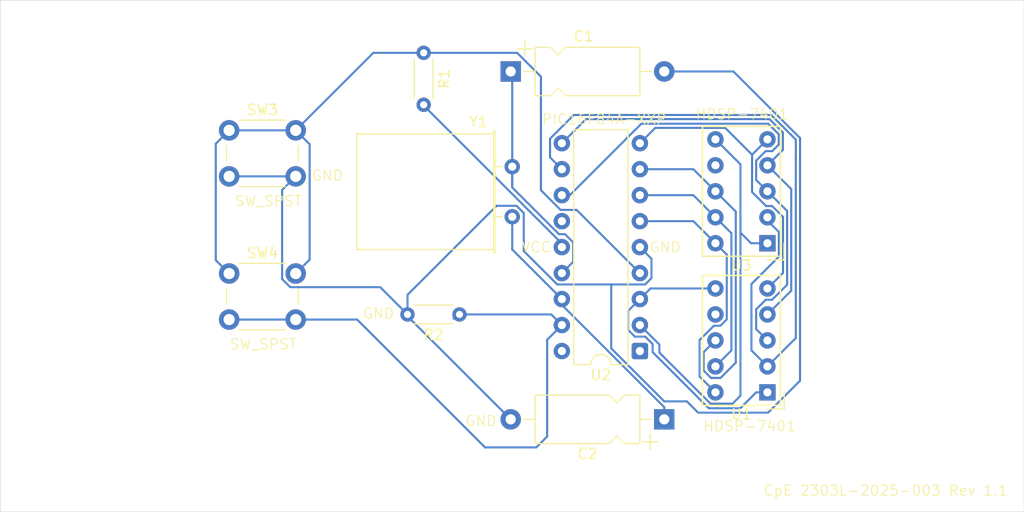
<source format=kicad_pcb>
(kicad_pcb (version 20241229) (generator "pcbnew") (generator_version "9.0")
  (title_block (title "Logic Circuit Example #3") (date "2025-06-26") (rev "1.1") (company "Chrys Sean T. Sevilla") (comment 1 "CpE 2303L-S25-003"))
  (layers (0 "F.Cu" signal) (2 "B.Cu" signal) (13 "F.Paste" user) (15 "B.Paste" user) (5 "F.SilkS" user "F.Silkscreen") (7 "B.SilkS" user "B.Silkscreen") (1 "F.Mask" user) (3 "B.Mask" user) (25 "Edge.Cuts" user))
  (net 0 "")
  (net 1 "GND")
  (net 2 "Net-(U2-OSC2{slash}CLKOUT)")
  (net 3 "Net-(U2-OSC1{slash}CLKIN)")
  (net 4 "VCC")
  (net 5 "Net-(U1-C)")
  (net 6 "Net-(U2-TOCKI{slash}RA4)")
  (net 7 "Net-(U1-F)")
  (net 8 "Net-(U1-D)")
  (net 10 "Net-(U1-G)")
  (net 11 "Net-(U1-E)")
  (net 12 "Net-(U1-A)")
  (net 13 "Net-(U1-B)")
  (net 16 "Net-(U2-RA3)")
  (net 19 "Net-(SW3-A)")
  (net 20 "Net-(SW4-B)")
  (footprint "Crystal:Crystal_HC49-U_Horizontal" (layer "F.Cu") (at 146.53 85.25 -90)
    (property "Reference" "Y1" (at -4.375 3.3125 0) (layer "F.SilkS"))
    (property "Value" "4 MHz")
    (fp_line (start -3.2 15.2) (end 8.1 15.2) (stroke (width 0.12)) (layer "F.SilkS"))
    (fp_line (start 8.1 15.2) (end 8.1 1.8) (stroke (width 0.12)) (layer "F.SilkS"))
    (fp_line (start -3.55 1.8) (end -3.55 1.68) (stroke (width 0.12)) (layer "F.SilkS"))
    (fp_line (start -3.2 1.8) (end -3.2 15.2) (stroke (width 0.12)) (layer "F.SilkS"))
    (fp_line (start 0 1.8) (end 0 0.95) (stroke (width 0.12)) (layer "F.SilkS"))
    (fp_line (start 4.9 1.8) (end 4.9 0.95) (stroke (width 0.12)) (layer "F.SilkS"))
    (fp_line (start 8.1 1.8) (end -3.2 1.8) (stroke (width 0.12)) (layer "F.SilkS"))
    (fp_line (start 8.45 1.8) (end -3.55 1.8) (stroke (width 0.12)) (layer "F.SilkS"))
    (fp_line (start -3.55 1.68) (end 8.45 1.68) (stroke (width 0.12)) (layer "F.SilkS"))
    (fp_line (start 8.45 1.68) (end 8.45 1.8) (stroke (width 0.12)) (layer "F.SilkS"))
    (fp_line (start 0 0.95) (end 0 0.95) (stroke (width 0.12)) (layer "F.SilkS"))
    (fp_line (start 4.9 0.95) (end 4.9 0.95) (stroke (width 0.12)) (layer "F.SilkS"))
    (pad "1" thru_hole circle (at 0 0 270) (size 1.5 1.5) (drill 0.8) (layers "*.Cu" "*.Mask") (net 2 "Net-(U2-OSC2{slash}CLKOUT)"))
    (pad "2" thru_hole circle (at 4.9 0 270) (size 1.5 1.5) (drill 0.8) (layers "*.Cu" "*.Mask") (net 3 "Net-(U2-OSC1{slash}CLKIN)"))
  )
  (footprint "Capacitor_THT:CP_Axial_L10.0mm_D4.5mm_P15.00mm_Horizontal" (layer "F.Cu") (at 146.38 75.9425)
    (property "Reference" "C1" (at 7.12 -3.4425 0) (layer "F.SilkS"))
    (property "Value" "20 pF")
    (fp_line (start 0.63 -2.2) (end 2.13 -2.2) (stroke (width 0.12)) (layer "F.SilkS"))
    (fp_line (start 1.24 0) (end 2.38 0) (stroke (width 0.12)) (layer "F.SilkS"))
    (fp_line (start 1.38 -2.95) (end 1.38 -1.45) (stroke (width 0.12)) (layer "F.SilkS"))
    (fp_line (start 2.38 -2.37) (end 2.38 2.37) (stroke (width 0.12)) (layer "F.SilkS"))
    (fp_line (start 2.38 -2.37) (end 3.88 -2.37) (stroke (width 0.12)) (layer "F.SilkS"))
    (fp_line (start 2.38 2.37) (end 3.88 2.37) (stroke (width 0.12)) (layer "F.SilkS"))
    (fp_line (start 3.88 -2.37) (end 4.63 -1.62) (stroke (width 0.12)) (layer "F.SilkS"))
    (fp_line (start 3.88 2.37) (end 4.63 1.62) (stroke (width 0.12)) (layer "F.SilkS"))
    (fp_line (start 4.63 -1.62) (end 5.38 -2.37) (stroke (width 0.12)) (layer "F.SilkS"))
    (fp_line (start 4.63 1.62) (end 5.38 2.37) (stroke (width 0.12)) (layer "F.SilkS"))
    (fp_line (start 5.38 -2.37) (end 12.62 -2.37) (stroke (width 0.12)) (layer "F.SilkS"))
    (fp_line (start 5.38 2.37) (end 12.62 2.37) (stroke (width 0.12)) (layer "F.SilkS"))
    (fp_line (start 12.62 -2.37) (end 12.62 2.37) (stroke (width 0.12)) (layer "F.SilkS"))
    (fp_line (start 13.76 0) (end 12.62 0) (stroke (width 0.12)) (layer "F.SilkS"))
    (pad "1" thru_hole rect (at 0 0) (size 2 2) (drill 1) (layers "*.Cu" "*.Mask") (net 2 "Net-(U2-OSC2{slash}CLKOUT)"))
    (pad "2" thru_hole circle (at 15 0) (size 2 2) (drill 1) (layers "*.Cu" "*.Mask") (net 1 "GND"))
  )
  (footprint "Button_Switch_THT:SW_PUSH_6mm" (layer "F.Cu") (at 118.88 81.7)
    (property "Reference" "SW3" (at 3.25 -2 0) (layer "F.SilkS"))
    (property "Value" "SW_SPST")
    (fp_line (start -0.25 1.5) (end -0.25 3) (stroke (width 0.12)) (layer "F.SilkS"))
    (fp_line (start 1 5.5) (end 5.5 5.5) (stroke (width 0.12)) (layer "F.SilkS"))
    (fp_line (start 5.5 -1) (end 1 -1) (stroke (width 0.12)) (layer "F.SilkS"))
    (fp_line (start 6.75 3) (end 6.75 1.5) (stroke (width 0.12)) (layer "F.SilkS"))
    (pad "1" thru_hole circle (at 0 0 90) (size 2 2) (drill 1.1) (layers "*.Cu" "*.Mask") (net 19 "Net-(SW3-A)"))
    (pad "1" thru_hole circle (at 6.5 0 90) (size 2 2) (drill 1.1) (layers "*.Cu" "*.Mask") (net 19 "Net-(SW3-A)"))
    (pad "2" thru_hole circle (at 0 4.5 90) (size 2 2) (drill 1.1) (layers "*.Cu" "*.Mask") (net 1 "GND"))
    (pad "2" thru_hole circle (at 6.5 4.5 90) (size 2 2) (drill 1.1) (layers "*.Cu" "*.Mask") (net 1 "GND"))
  )
  (footprint "Resistor_THT:R_Axial_DIN0204_L3.6mm_D1.6mm_P5.08mm_Horizontal" (layer "F.Cu") (at 141.38 99.7 180)
    (property "Reference" "R2" (at 2.54 -2 0) (layer "F.SilkS"))
    (property "Value" "100")
    (fp_line (start 0.62 0.92) (end 4.46 0.92) (stroke (width 0.12)) (layer "F.SilkS"))
    (fp_line (start 0.62 -0.92) (end 4.46 -0.92) (stroke (width 0.12)) (layer "F.SilkS"))
    (pad "1" thru_hole circle (at 0 0 180) (size 1.4 1.4) (drill 0.7) (layers "*.Cu" "*.Mask") (net 20 "Net-(SW4-B)"))
    (pad "2" thru_hole oval (at 5.08 0 180) (size 1.4 1.4) (drill 0.7) (layers "*.Cu" "*.Mask") (net 1 "GND"))
  )
  (footprint "Resistor_THT:R_Axial_DIN0204_L3.6mm_D1.6mm_P5.08mm_Horizontal" (layer "F.Cu") (at 137.88 79.2 90)
    (property "Reference" "R1" (at 2.54 2 90) (layer "F.SilkS"))
    (property "Value" "100")
    (fp_line (start 0.62 -0.92) (end 4.46 -0.92) (stroke (width 0.12)) (layer "F.SilkS"))
    (fp_line (start 0.62 0.92) (end 4.46 0.92) (stroke (width 0.12)) (layer "F.SilkS"))
    (pad "1" thru_hole circle (at 0 0 90) (size 1.4 1.4) (drill 0.7) (layers "*.Cu" "*.Mask") (net 4 "VCC"))
    (pad "2" thru_hole oval (at 5.08 0 90) (size 1.4 1.4) (drill 0.7) (layers "*.Cu" "*.Mask") (net 19 "Net-(SW3-A)"))
  )
  (footprint "Display_7Segment:HDSP-7401" (layer "F.Cu") (at 171.46 92.74 180)
    (property "Reference" "U3" (at 2.54 -2.159 0) (layer "F.SilkS"))
    (property "Value" "HDSP-7401")
    (fp_line (start 6.35 11.43) (end 6.35 -1.27) (stroke (width 0.15)) (layer "F.SilkS"))
    (fp_line (start 6.35 -1.27) (end -1.27 -1.27) (stroke (width 0.15)) (layer "F.SilkS"))
    (fp_line (start -1.27 11.43) (end 6.35 11.43) (stroke (width 0.15)) (layer "F.SilkS"))
    (fp_line (start -1.27 -1.27) (end -1.27 11.43) (stroke (width 0.15)) (layer "F.SilkS"))
    (fp_line (start -1.63 0) (end -1.63 -1.63) (stroke (width 0.12)) (layer "F.SilkS"))
    (fp_line (start -1.63 -1.63) (end 0 -1.63) (stroke (width 0.12)) (layer "F.SilkS"))
    (pad "1" thru_hole rect (at 0 0 180) (size 1.6 1.6) (drill 0.8) (layers "*.Cu" "*.Mask") (net 16 "Net-(U2-RA3)"))
    (pad "2" thru_hole circle (at 0 2.54 180) (size 1.6 1.6) (drill 0.8) (layers "*.Cu" "*.Mask") (net 7 "Net-(U1-F)"))
    (pad "3" thru_hole circle (at 0 5.08 180) (size 1.6 1.6) (drill 0.8) (layers "*.Cu" "*.Mask") (net 10 "Net-(U1-G)"))
    (pad "4" thru_hole circle (at 0 7.62 180) (size 1.6 1.6) (drill 0.8) (layers "*.Cu" "*.Mask") (net 11 "Net-(U1-E)"))
    (pad "5" thru_hole circle (at 0 10.16 180) (size 1.6 1.6) (drill 0.8) (layers "*.Cu" "*.Mask") (net 8 "Net-(U1-D)"))
    (pad "6" thru_hole circle (at 5.08 10.16 180) (size 1.6 1.6) (drill 0.8) (layers "*.Cu" "*.Mask") (net 16 "Net-(U2-RA3)"))
    (pad "7" thru_hole circle (at 5.08 7.62 180) (size 1.6 1.6) (drill 0.8) (layers "*.Cu" "*.Mask"))
    (pad "8" thru_hole circle (at 5.08 5.08 180) (size 1.6 1.6) (drill 0.8) (layers "*.Cu" "*.Mask") (net 5 "Net-(U1-C)"))
    (pad "9" thru_hole circle (at 5.08 2.54 180) (size 1.6 1.6) (drill 0.8) (layers "*.Cu" "*.Mask") (net 13 "Net-(U1-B)"))
    (pad "10" thru_hole circle (at 5.08 0 180) (size 1.6 1.6) (drill 0.8) (layers "*.Cu" "*.Mask") (net 12 "Net-(U1-A)"))
  )
  (footprint "Button_Switch_THT:SW_PUSH_6mm" (layer "F.Cu") (at 118.88 95.7)
    (property "Reference" "SW4" (at 3.25 -2 0) (layer "F.SilkS"))
    (property "Value" "SW_SPST")
    (fp_line (start -0.25 1.5) (end -0.25 3) (stroke (width 0.12)) (layer "F.SilkS"))
    (fp_line (start 1 5.5) (end 5.5 5.5) (stroke (width 0.12)) (layer "F.SilkS"))
    (fp_line (start 5.5 -1) (end 1 -1) (stroke (width 0.12)) (layer "F.SilkS"))
    (fp_line (start 6.75 3) (end 6.75 1.5) (stroke (width 0.12)) (layer "F.SilkS"))
    (pad "1" thru_hole circle (at 0 0 90) (size 2 2) (drill 1.1) (layers "*.Cu" "*.Mask") (net 19 "Net-(SW3-A)"))
    (pad "1" thru_hole circle (at 6.5 0 90) (size 2 2) (drill 1.1) (layers "*.Cu" "*.Mask") (net 19 "Net-(SW3-A)"))
    (pad "2" thru_hole circle (at 0 4.5 90) (size 2 2) (drill 1.1) (layers "*.Cu" "*.Mask") (net 20 "Net-(SW4-B)"))
    (pad "2" thru_hole circle (at 6.5 4.5 90) (size 2 2) (drill 1.1) (layers "*.Cu" "*.Mask") (net 20 "Net-(SW4-B)"))
  )
  (footprint "Display_7Segment:HDSP-7401" (layer "F.Cu") (at 171.46 107.32 180)
    (property "Reference" "U1" (at 2.54 -2.159 0) (layer "F.SilkS"))
    (property "Value" "HDSP-7401")
    (fp_line (start 6.35 11.43) (end 6.35 -1.27) (stroke (width 0.15)) (layer "F.SilkS"))
    (fp_line (start 6.35 -1.27) (end -1.27 -1.27) (stroke (width 0.15)) (layer "F.SilkS"))
    (fp_line (start -1.27 11.43) (end 6.35 11.43) (stroke (width 0.15)) (layer "F.SilkS"))
    (fp_line (start -1.27 -1.27) (end -1.27 11.43) (stroke (width 0.15)) (layer "F.SilkS"))
    (fp_line (start -1.63 0) (end -1.63 -1.63) (stroke (width 0.12)) (layer "F.SilkS"))
    (fp_line (start -1.63 -1.63) (end 0 -1.63) (stroke (width 0.12)) (layer "F.SilkS"))
    (pad "1" thru_hole rect (at 0 0 180) (size 1.6 1.6) (drill 0.8) (layers "*.Cu" "*.Mask") (net 6 "Net-(U2-TOCKI{slash}RA4)"))
    (pad "2" thru_hole circle (at 0 2.54 180) (size 1.6 1.6) (drill 0.8) (layers "*.Cu" "*.Mask") (net 7 "Net-(U1-F)"))
    (pad "3" thru_hole circle (at 0 5.08 180) (size 1.6 1.6) (drill 0.8) (layers "*.Cu" "*.Mask") (net 10 "Net-(U1-G)"))
    (pad "4" thru_hole circle (at 0 7.62 180) (size 1.6 1.6) (drill 0.8) (layers "*.Cu" "*.Mask") (net 11 "Net-(U1-E)"))
    (pad "5" thru_hole circle (at 0 10.16 180) (size 1.6 1.6) (drill 0.8) (layers "*.Cu" "*.Mask") (net 8 "Net-(U1-D)"))
    (pad "6" thru_hole circle (at 5.08 10.16 180) (size 1.6 1.6) (drill 0.8) (layers "*.Cu" "*.Mask") (net 6 "Net-(U2-TOCKI{slash}RA4)"))
    (pad "7" thru_hole circle (at 5.08 7.62 180) (size 1.6 1.6) (drill 0.8) (layers "*.Cu" "*.Mask"))
    (pad "8" thru_hole circle (at 5.08 5.08 180) (size 1.6 1.6) (drill 0.8) (layers "*.Cu" "*.Mask") (net 5 "Net-(U1-C)"))
    (pad "9" thru_hole circle (at 5.08 2.54 180) (size 1.6 1.6) (drill 0.8) (layers "*.Cu" "*.Mask") (net 13 "Net-(U1-B)"))
    (pad "10" thru_hole circle (at 5.08 0 180) (size 1.6 1.6) (drill 0.8) (layers "*.Cu" "*.Mask") (net 12 "Net-(U1-A)"))
  )
  (footprint "Package_DIP:DIP-18_W7.62mm" (layer "F.Cu") (at 159 103.28 180)
    (property "Reference" "U2" (at 3.81 -2.33 0) (layer "F.SilkS"))
    (property "Value" "PIC16F84A-XXP")
    (fp_line (start 6.46 21.65) (end 6.46 -1.33) (stroke (width 0.12)) (layer "F.SilkS"))
    (fp_line (start 6.46 -1.33) (end 4.81 -1.33) (stroke (width 0.12)) (layer "F.SilkS"))
    (fp_line (start 2.81 -1.33) (end 1.16 -1.33) (stroke (width 0.12)) (layer "F.SilkS"))
    (fp_line (start 1.16 21.65) (end 6.46 21.65) (stroke (width 0.12)) (layer "F.SilkS"))
    (fp_line (start 1.16 -1.33) (end 1.16 21.65) (stroke (width 0.12)) (layer "F.SilkS"))
    (fp_arc (start 4.81 -1.33) (mid 3.81 -0.33) (end 2.81 -1.33) (stroke (width 0.12)) (layer "F.SilkS"))
    (pad "1" thru_hole roundrect (at 0 0 180) (size 1.6 1.6) (drill 0.8) (layers "*.Cu" "*.Mask") (roundrect_rratio 0.15625))
    (pad "2" thru_hole circle (at 0 2.54 180) (size 1.6 1.6) (drill 0.8) (layers "*.Cu" "*.Mask") (net 16 "Net-(U2-RA3)"))
    (pad "3" thru_hole circle (at 0 5.08 180) (size 1.6 1.6) (drill 0.8) (layers "*.Cu" "*.Mask") (net 6 "Net-(U2-TOCKI{slash}RA4)"))
    (pad "4" thru_hole circle (at 0 7.62 180) (size 1.6 1.6) (drill 0.8) (layers "*.Cu" "*.Mask") (net 19 "Net-(SW3-A)"))
    (pad "5" thru_hole circle (at 0 10.16 180) (size 1.6 1.6) (drill 0.8) (layers "*.Cu" "*.Mask") (net 1 "GND"))
    (pad "6" thru_hole circle (at 0 12.7 180) (size 1.6 1.6) (drill 0.8) (layers "*.Cu" "*.Mask") (net 12 "Net-(U1-A)"))
    (pad "7" thru_hole circle (at 0 15.24 180) (size 1.6 1.6) (drill 0.8) (layers "*.Cu" "*.Mask") (net 13 "Net-(U1-B)"))
    (pad "8" thru_hole circle (at 0 17.78 180) (size 1.6 1.6) (drill 0.8) (layers "*.Cu" "*.Mask") (net 5 "Net-(U1-C)"))
    (pad "9" thru_hole circle (at 0 20.32 180) (size 1.6 1.6) (drill 0.8) (layers "*.Cu" "*.Mask") (net 8 "Net-(U1-D)"))
    (pad "10" thru_hole circle (at 7.62 20.32 180) (size 1.6 1.6) (drill 0.8) (layers "*.Cu" "*.Mask") (net 11 "Net-(U1-E)"))
    (pad "11" thru_hole circle (at 7.62 17.78 180) (size 1.6 1.6) (drill 0.8) (layers "*.Cu" "*.Mask") (net 7 "Net-(U1-F)"))
    (pad "12" thru_hole circle (at 7.62 15.24 180) (size 1.6 1.6) (drill 0.8) (layers "*.Cu" "*.Mask") (net 10 "Net-(U1-G)"))
    (pad "13" thru_hole circle (at 7.62 12.7 180) (size 1.6 1.6) (drill 0.8) (layers "*.Cu" "*.Mask"))
    (pad "14" thru_hole circle (at 7.62 10.16 180) (size 1.6 1.6) (drill 0.8) (layers "*.Cu" "*.Mask") (net 4 "VCC"))
    (pad "15" thru_hole circle (at 7.62 7.62 180) (size 1.6 1.6) (drill 0.8) (layers "*.Cu" "*.Mask") (net 2 "Net-(U2-OSC2{slash}CLKOUT)"))
    (pad "16" thru_hole circle (at 7.62 5.08 180) (size 1.6 1.6) (drill 0.8) (layers "*.Cu" "*.Mask") (net 3 "Net-(U2-OSC1{slash}CLKIN)"))
    (pad "17" thru_hole circle (at 7.62 2.54 180) (size 1.6 1.6) (drill 0.8) (layers "*.Cu" "*.Mask") (net 20 "Net-(SW4-B)"))
    (pad "18" thru_hole circle (at 7.62 0 180) (size 1.6 1.6) (drill 0.8) (layers "*.Cu" "*.Mask"))
  )
  (footprint "Capacitor_THT:CP_Axial_L10.0mm_D4.5mm_P15.00mm_Horizontal" (layer "F.Cu") (at 161.38 109.9575 180)
    (property "Reference" "C2" (at 7.5 -3.37 0) (layer "F.SilkS"))
    (property "Value" "20 pF")
    (fp_line (start 13.76 0) (end 12.62 0) (stroke (width 0.12)) (layer "F.SilkS"))
    (fp_line (start 12.62 -2.37) (end 12.62 2.37) (stroke (width 0.12)) (layer "F.SilkS"))
    (fp_line (start 5.38 2.37) (end 12.62 2.37) (stroke (width 0.12)) (layer "F.SilkS"))
    (fp_line (start 5.38 -2.37) (end 12.62 -2.37) (stroke (width 0.12)) (layer "F.SilkS"))
    (fp_line (start 4.63 1.62) (end 5.38 2.37) (stroke (width 0.12)) (layer "F.SilkS"))
    (fp_line (start 4.63 -1.62) (end 5.38 -2.37) (stroke (width 0.12)) (layer "F.SilkS"))
    (fp_line (start 3.88 2.37) (end 4.63 1.62) (stroke (width 0.12)) (layer "F.SilkS"))
    (fp_line (start 3.88 -2.37) (end 4.63 -1.62) (stroke (width 0.12)) (layer "F.SilkS"))
    (fp_line (start 2.38 2.37) (end 3.88 2.37) (stroke (width 0.12)) (layer "F.SilkS"))
    (fp_line (start 2.38 -2.37) (end 3.88 -2.37) (stroke (width 0.12)) (layer "F.SilkS"))
    (fp_line (start 2.38 -2.37) (end 2.38 2.37) (stroke (width 0.12)) (layer "F.SilkS"))
    (fp_line (start 1.38 -2.95) (end 1.38 -1.45) (stroke (width 0.12)) (layer "F.SilkS"))
    (fp_line (start 1.24 0) (end 2.38 0) (stroke (width 0.12)) (layer "F.SilkS"))
    (fp_line (start 0.63 -2.2) (end 2.13 -2.2) (stroke (width 0.12)) (layer "F.SilkS"))
    (pad "1" thru_hole rect (at 0 0 180) (size 2 2) (drill 1) (layers "*.Cu" "*.Mask") (net 3 "Net-(U2-OSC1{slash}CLKIN)"))
    (pad "2" thru_hole circle (at 15 0 180) (size 2 2) (drill 1) (layers "*.Cu" "*.Mask") (net 1 "GND"))
  )
  (gr_rect (start 96.52 68.98) (end 196.52 118.98) (stroke (width 0.05)) (fill no) (layer "Edge.Cuts"))
  (gr_text "GND" (at 141.88 110.7 0) (layer "F.SilkS") (effects (font (size 1 1) (thickness 0.1)) (justify left bottom)))
  (gr_text "GND" (at 126.88 86.7 0) (layer "F.SilkS") (effects (font (size 1 1) (thickness 0.1)) (justify left bottom)))
  (gr_text "PIC16F84A-XXP" (at 149.38 81.2 0) (layer "F.SilkS") (effects (font (size 1 1) (thickness 0.1)) (justify left bottom)))
  (gr_text "SW_SPST" (at 119.38 89.2 0) (layer "F.SilkS") (effects (font (size 1 1) (thickness 0.1)) (justify left bottom)))
  (gr_text "GND" (at 159.88 93.7 0) (layer "F.SilkS") (effects (font (size 1 1) (thickness 0.1)) (justify left bottom)))
  (gr_text "HDSP-7401" (at 164.38 80.7 0) (layer "F.SilkS") (effects (font (size 1 1) (thickness 0.1)) (justify left bottom)))
  (gr_text "GND" (at 131.88 100.2 0) (layer "F.SilkS") (effects (font (size 1 1) (thickness 0.1)) (justify left bottom)))
  (gr_text "CpE 2303L-2025-003 Rev 1.1" (at 171 117.5 0) (layer "F.SilkS") (effects (font (size 1 1) (thickness 0.1)) (justify left bottom)))
  (gr_text "HDSP-7401" (at 165.11 111.2 0) (layer "F.SilkS") (effects (font (size 1 1) (thickness 0.1)) (justify left bottom)))
  (gr_text "VCC" (at 147.38 93.7 0) (layer "F.SilkS") (effects (font (size 1 1) (thickness 0.1)) (justify left bottom)))
  (gr_text "SW_SPST" (at 118.88 103.2 0) (layer "F.SilkS") (effects (font (size 1 1) (thickness 0.1)) (justify left bottom)))
  (segment (start 136.3 99.7) (end 133.6359 97.0359) (width 0.2) (layer "B.Cu") (net 1))
  (segment (start 124.8482 97.0359) (end 124.0529 96.2406) (width 0.2) (layer "B.Cu") (net 1))
  (segment (start 124.0529 87.5271) (end 125.38 86.2) (width 0.2) (layer "B.Cu") (net 1))
  (segment (start 156.2015 96.7701) (end 156.2015 103.0215) (width 0.2) (layer "B.Cu") (net 1))
  (segment (start 136.3 99.7) (end 136.3 97.78) (width 0.2) (layer "B.Cu") (net 1))
  (segment (start 164.688 109.3019) (end 171.523 109.3019) (width 0.2) (layer "B.Cu") (net 1))
  (segment (start 146.9531 89.0764) (end 146.0512 89.0764) (width 0.2) (layer "B.Cu") (net 1))
  (segment (start 174.6437 106.1812) (end 174.6437 82.4533) (width 0.2) (layer "B.Cu") (net 1))
  (segment (start 163.5861 108.2) (end 164.688 109.3019) (width 0.2) (layer "B.Cu") (net 1))
  (segment (start 150.9298 96.7701) (end 147.6548 93.4951) (width 0.2) (layer "B.Cu") (net 1))
  (segment (start 125.38 86.2) (end 124.0529 86.2) (width 0.2) (layer "B.Cu") (net 1))
  (segment (start 160.13 94.25) (end 159 93.12) (width 0.2) (layer "B.Cu") (net 1))
  (segment (start 136.3 97.78) (end 145.0036 89.0764) (width 0.2) (layer "B.Cu") (net 1))
  (segment (start 147.6548 89.7781) (end 146.9531 89.0764) (width 0.2) (layer "B.Cu") (net 1))
  (segment (start 146.38 109.78) (end 146.38 109.9575) (width 0.2) (layer "B.Cu") (net 1))
  (segment (start 123.9999 86.2) (end 118.88 86.2) (width 0.2) (layer "B.Cu") (net 1))
  (segment (start 156.2015 103.0215) (end 161.38 108.2) (width 0.2) (layer "B.Cu") (net 1))
  (segment (start 156.2015 96.7701) (end 150.9298 96.7701) (width 0.2) (layer "B.Cu") (net 1))
  (segment (start 174.6437 82.4533) (end 168.1329 75.9425) (width 0.2) (layer "B.Cu") (net 1))
  (segment (start 145.0036 89.0764) (end 146.0512 89.0764) (width 0.2) (layer "B.Cu") (net 1))
  (segment (start 159.5102 96.7701) (end 160.13 96.1503) (width 0.2) (layer "B.Cu") (net 1))
  (segment (start 161.38 108.2) (end 163.5861 108.2) (width 0.2) (layer "B.Cu") (net 1))
  (segment (start 136.3 99.8775) (end 136.3 99.7) (width 0.2) (layer "B.Cu") (net 1))
  (segment (start 146.38 109.9575) (end 136.3 99.8775) (width 0.2) (layer "B.Cu") (net 1))
  (segment (start 160.13 96.1503) (end 160.13 94.25) (width 0.2) (layer "B.Cu") (net 1))
  (segment (start 147.6548 93.4951) (end 147.6548 89.7781) (width 0.2) (layer "B.Cu") (net 1))
  (segment (start 133.6359 97.0359) (end 124.8482 97.0359) (width 0.2) (layer "B.Cu") (net 1))
  (segment (start 171.523 109.3019) (end 174.6437 106.1812) (width 0.2) (layer "B.Cu") (net 1))
  (segment (start 124.0529 96.2406) (end 124.0529 87.5271) (width 0.2) (layer "B.Cu") (net 1))
  (segment (start 124.0529 86.2) (end 123.9999 86.2) (width 0.2) (layer "B.Cu") (net 1))
  (segment (start 156.2015 96.7701) (end 159.5102 96.7701) (width 0.2) (layer "B.Cu") (net 1))
  (segment (start 168.1329 75.9425) (end 161.38 75.9425) (width 0.2) (layer "B.Cu") (net 1))
  (segment (start 151.09295 91.85) (end 146.53 87.28705) (width 0.2) (layer "B.Cu") (net 2))
  (segment (start 146.53 87.134) (end 146.53 85.25) (width 0.2) (layer "B.Cu") (net 2))
  (segment (start 151.6843 91.85) (end 151.09295 91.85) (width 0.2) (layer "B.Cu") (net 2))
  (segment (start 151.38 95.66) (end 152.4827 94.5573) (width 0.2) (layer "B.Cu") (net 2))
  (segment (start 152.4827 92.6484) (end 151.6843 91.85) (width 0.2) (layer "B.Cu") (net 2))
  (segment (start 146.53 85.25) (end 146.53 76.0925) (width 0.2) (layer "B.Cu") (net 2))
  (segment (start 146.53 87.28705) (end 146.53 85.25) (width 0.2) (layer "B.Cu") (net 2))
  (segment (start 152.4827 94.5573) (end 152.4827 92.6484) (width 0.2) (layer "B.Cu") (net 2))
  (segment (start 161.38 109.9575) (end 161.38 108.768) (width 0.2) (layer "B.Cu") (net 3))
  (segment (start 151.38 98.768) (end 151.38 98.2) (width 0.2) (layer "B.Cu") (net 3))
  (segment (start 146.53 90.15) (end 146.53 93.35) (width 0.2) (layer "B.Cu") (net 3))
  (segment (start 146.53 93.35) (end 151.38 98.2) (width 0.2) (layer "B.Cu") (net 3))
  (segment (start 161.38 108.768) (end 151.38 98.768) (width 0.2) (layer "B.Cu") (net 3))
  (segment (start 137.88 79.2) (end 137.88 79.2724) (width 0.2) (layer "B.Cu") (net 4))
  (segment (start 137.88 79.2724) (end 151.38 92.7724) (width 0.2) (layer "B.Cu") (net 4))
  (segment (start 151.38 92.7724) (end 151.38 93.12) (width 0.2) (layer "B.Cu") (net 4))
  (segment (start 166.8734 105.907) (end 165.9453 105.907) (width 0.2) (layer "B.Cu") (net 5))
  (segment (start 165.2292 105.1909) (end 165.2292 103.3908) (width 0.2) (layer "B.Cu") (net 5))
  (segment (start 168.3662 89.6462) (end 168.3662 104.4142) (width 0.2) (layer "B.Cu") (net 5))
  (segment (start 165.2292 103.3908) (end 166.38 102.24) (width 0.2) (layer "B.Cu") (net 5))
  (segment (start 165.9453 105.907) (end 165.2292 105.1909) (width 0.2) (layer "B.Cu") (net 5))
  (segment (start 168.3662 104.4142) (end 166.8734 105.907) (width 0.2) (layer "B.Cu") (net 5))
  (segment (start 159 85.5) (end 164.22 85.5) (width 0.2) (layer "B.Cu") (net 5))
  (segment (start 166.38 87.66) (end 168.3662 89.6462) (width 0.2) (layer "B.Cu") (net 5))
  (segment (start 164.22 85.5) (end 166.38 87.66) (width 0.2) (layer "B.Cu") (net 5))
  (segment (start 166.5583 108.8742) (end 165.7269 108.8742) (width 0.2) (layer "B.Cu") (net 6))
  (segment (start 166.5598 108.8757) (end 166.5583 108.8742) (width 0.2) (layer "B.Cu") (net 6))
  (segment (start 171.46 107.32) (end 170.3583 107.32) (width 0.2) (layer "B.Cu") (net 6))
  (segment (start 168.8026 108.8757) (end 166.5598 108.8757) (width 0.2) (layer "B.Cu") (net 6))
  (segment (start 165.7269 108.8742) (end 160.2439 103.3912) (width 0.2) (layer "B.Cu") (net 6))
  (segment (start 160.2439 102.5972) (end 159.5146 101.8679) (width 0.2) (layer "B.Cu") (net 6))
  (segment (start 157.8552 101.2178) (end 157.8552 99.3448) (width 0.2) (layer "B.Cu") (net 6))
  (segment (start 166.38 97.16) (end 160.04 97.16) (width 0.2) (layer "B.Cu") (net 6))
  (segment (start 157.8552 99.3448) (end 159 98.2) (width 0.2) (layer "B.Cu") (net 6))
  (segment (start 160.2439 103.3912) (end 160.2439 102.5972) (width 0.2) (layer "B.Cu") (net 6))
  (segment (start 170.3583 107.32) (end 168.8026 108.8757) (width 0.2) (layer "B.Cu") (net 6))
  (segment (start 159.5146 101.8679) (end 158.5053 101.8679) (width 0.2) (layer "B.Cu") (net 6))
  (segment (start 158.5053 101.8679) (end 157.8552 101.2178) (width 0.2) (layer "B.Cu") (net 6))
  (segment (start 160.04 97.16) (end 159 98.2) (width 0.2) (layer "B.Cu") (net 6))
  (segment (start 165.0668 80.1973) (end 158.6607 80.1973) (width 0.2) (layer "B.Cu") (net 7))
  (segment (start 171.46 104.78) (end 174.2305 102.0095) (width 0.2) (layer "B.Cu") (net 7))
  (segment (start 174.2305 102.0095) (end 174.2305 84.4781) (width 0.2) (layer "B.Cu") (net 7))
  (segment (start 172.5768 94.0495) (end 169.896 96.7303) (width 0.2) (layer "B.Cu") (net 7))
  (segment (start 174.232 82.6096) (end 171.8212 80.1988) (width 0.2) (layer "B.Cu") (net 7))
  (segment (start 172.5768 91.6353) (end 172.5768 94.0495) (width 0.2) (layer "B.Cu") (net 7))
  (segment (start 158.6607 80.1973) (end 152.5453 80.1973) (width 0.2) (layer "B.Cu") (net 7))
  (segment (start 171.46 90.2) (end 171.46 90.5185) (width 0.2) (layer "B.Cu") (net 7))
  (segment (start 165.0683 80.1988) (end 165.0668 80.1973) (width 0.2) (layer "B.Cu") (net 7))
  (segment (start 150.224 84.344) (end 151.38 85.5) (width 0.2) (layer "B.Cu") (net 7))
  (segment (start 174.232 84.4766) (end 174.232 82.6096) (width 0.2) (layer "B.Cu") (net 7))
  (segment (start 169.896 96.7303) (end 169.896 103.216) (width 0.2) (layer "B.Cu") (net 7))
  (segment (start 171.46 90.5185) (end 172.5768 91.6353) (width 0.2) (layer "B.Cu") (net 7))
  (segment (start 174.2305 84.4781) (end 174.232 84.4766) (width 0.2) (layer "B.Cu") (net 7))
  (segment (start 152.5453 80.1973) (end 151.9613 80.7813) (width 0.2) (layer "B.Cu") (net 7))
  (segment (start 150.224 82.5186) (end 150.224 84.344) (width 0.2) (layer "B.Cu") (net 7))
  (segment (start 171.8212 80.1988) (end 165.0683 80.1988) (width 0.2) (layer "B.Cu") (net 7))
  (segment (start 151.9613 80.7813) (end 150.224 82.5186) (width 0.2) (layer "B.Cu") (net 7))
  (segment (start 169.896 103.216) (end 171.46 104.78) (width 0.2) (layer "B.Cu") (net 7))
  (segment (start 170.3583 83.6817) (end 171.46 82.58) (width 0.2) (layer "B.Cu") (net 8))
  (segment (start 171.91605 89.099) (end 171.3252 89.099) (width 0.2) (layer "B.Cu") (net 8))
  (segment (start 160.5048 81.4552) (end 167.3284 81.4552) (width 0.2) (layer "B.Cu") (net 8))
  (segment (start 171.3252 89.099) (end 169.9566 87.7304) (width 0.2) (layer "B.Cu") (net 8))
  (segment (start 170.3583 83.6817) (end 169.9566 84.0834) (width 0.2) (layer "B.Cu") (net 8))
  (segment (start 159 82.96) (end 160.5048 81.4552) (width 0.2) (layer "B.Cu") (net 8))
  (segment (start 169.9566 87.7304) (end 169.9566 84.0834) (width 0.2) (layer "B.Cu") (net 8))
  (segment (start 172.98 90.16295) (end 171.91605 89.099) (width 0.2) (layer "B.Cu") (net 8))
  (segment (start 171.46 97.16) (end 172.98 95.64) (width 0.2) (layer "B.Cu") (net 8))
  (segment (start 172.98 95.64) (end 172.98 90.16295) (width 0.2) (layer "B.Cu") (net 8))
  (segment (start 167.3284 81.4552) (end 169.9566 84.0834) (width 0.2) (layer "B.Cu") (net 8))
  (segment (start 159.1435 81.0507) (end 152.1542 88.04) (width 0.2) (layer "B.Cu") (net 10))
  (segment (start 173.3817 89.5817) (end 171.46 87.66) (width 0.2) (layer "B.Cu") (net 10))
  (segment (start 172.5654 82.079) (end 171.954 81.4676) (width 0.2) (layer "B.Cu") (net 10))
  (segment (start 170.3583 86.5583) (end 170.3583 84.6637) (width 0.2) (layer "B.Cu") (net 10))
  (segment (start 171.46 102.24) (end 170.3583 101.1383) (width 0.2) (layer "B.Cu") (net 10))
  (segment (start 170.3583 101.1383) (end 170.3583 99.206) (width 0.2) (layer "B.Cu") (net 10))
  (segment (start 170.3583 84.6637) (end 171.2904 83.7316) (width 0.2) (layer "B.Cu") (net 10))
  (segment (start 170.3583 99.206) (end 171.3026 98.2617) (width 0.2) (layer "B.Cu") (net 10))
  (segment (start 173.3817 96.7964) (end 173.3817 89.5817) (width 0.2) (layer "B.Cu") (net 10))
  (segment (start 171.954 81.4676) (end 171.954 81.4667) (width 0.2) (layer "B.Cu") (net 10))
  (segment (start 171.3026 98.2617) (end 171.9164 98.2617) (width 0.2) (layer "B.Cu") (net 10))
  (segment (start 172.5654 83.0942) (end 172.5654 82.079) (width 0.2) (layer "B.Cu") (net 10))
  (segment (start 171.954 81.4667) (end 171.538 81.0507) (width 0.2) (layer "B.Cu") (net 10))
  (segment (start 171.46 87.66) (end 170.3583 86.5583) (width 0.2) (layer "B.Cu") (net 10))
  (segment (start 171.538 81.0507) (end 159.1435 81.0507) (width 0.2) (layer "B.Cu") (net 10))
  (segment (start 171.9164 98.2617) (end 173.3817 96.7964) (width 0.2) (layer "B.Cu") (net 10))
  (segment (start 171.928 83.7316) (end 172.5654 83.0942) (width 0.2) (layer "B.Cu") (net 10))
  (segment (start 171.2904 83.7316) (end 171.928 83.7316) (width 0.2) (layer "B.Cu") (net 10))
  (segment (start 152.1542 88.04) (end 151.38 88.04) (width 0.2) (layer "B.Cu") (net 10))
  (segment (start 173.7834 87.4434) (end 173.21 86.87) (width 0.2) (layer "B.Cu") (net 11))
  (segment (start 158.88 80.599) (end 153.741 80.599) (width 0.2) (layer "B.Cu") (net 11))
  (segment (start 171.46 85.12) (end 173.21 86.87) (width 0.2) (layer "B.Cu") (net 11))
  (segment (start 152.51 81.83) (end 151.38 82.96) (width 0.2) (layer "B.Cu") (net 11))
  (segment (start 171.6549 80.6005) (end 164.902 80.6005) (width 0.2) (layer "B.Cu") (net 11))
  (segment (start 164.902 80.6005) (end 164.9005 80.599) (width 0.2) (layer "B.Cu") (net 11))
  (segment (start 153.741 80.599) (end 152.51 81.83) (width 0.2) (layer "B.Cu") (net 11))
  (segment (start 171.46 85.12) (end 172.9671 83.6129) (width 0.2) (layer "B.Cu") (net 11))
  (segment (start 173.7834 97.3766) (end 171.46 99.7) (width 0.2) (layer "B.Cu") (net 11))
  (segment (start 164.9005 80.599) (end 158.88 80.599) (width 0.2) (layer "B.Cu") (net 11))
  (segment (start 173.7834 90.9377) (end 173.7834 97.3766) (width 0.2) (layer "B.Cu") (net 11))
  (segment (start 173.7834 90.9377) (end 173.7834 87.4434) (width 0.2) (layer "B.Cu") (net 11))
  (segment (start 172.9671 83.6129) (end 172.9671 81.9127) (width 0.2) (layer "B.Cu") (net 11))
  (segment (start 172.9671 81.9127) (end 171.6549 80.6005) (width 0.2) (layer "B.Cu") (net 11))
  (segment (start 167.4852 100.1809) (end 166.8644 100.8017) (width 0.2) (layer "B.Cu") (net 12))
  (segment (start 164.22 90.58) (end 166.38 92.74) (width 0.2) (layer "B.Cu") (net 12))
  (segment (start 166.38 92.74) (end 167.4852 93.8452) (width 0.2) (layer "B.Cu") (net 12))
  (segment (start 167.4852 93.8452) (end 167.4852 100.1809) (width 0.2) (layer "B.Cu") (net 12))
  (segment (start 164.8275 105.7675) (end 166.38 107.32) (width 0.2) (layer "B.Cu") (net 12))
  (segment (start 166.8644 100.8017) (end 166.2326 100.8017) (width 0.2) (layer "B.Cu") (net 12))
  (segment (start 164.8275 102.2068) (end 164.8275 105.7675) (width 0.2) (layer "B.Cu") (net 12))
  (segment (start 159 90.58) (end 164.22 90.58) (width 0.2) (layer "B.Cu") (net 12))
  (segment (start 166.2326 100.8017) (end 164.8275 102.2068) (width 0.2) (layer "B.Cu") (net 12))
  (segment (start 167.9378 91.7578) (end 167.9378 103.2222) (width 0.2) (layer "B.Cu") (net 13))
  (segment (start 166.38 90.2) (end 167.9378 91.7578) (width 0.2) (layer "B.Cu") (net 13))
  (segment (start 164.22 88.04) (end 166.38 90.2) (width 0.2) (layer "B.Cu") (net 13))
  (segment (start 159 88.04) (end 164.22 88.04) (width 0.2) (layer "B.Cu") (net 13))
  (segment (start 167.9378 103.2222) (end 166.38 104.78) (width 0.2) (layer "B.Cu") (net 13))
  (segment (start 168.44 84.64) (end 166.38 82.58) (width 0.2) (layer "B.Cu") (net 16))
  (segment (start 160.9035 103.4282) (end 165.897 108.4217) (width 0.2) (layer "B.Cu") (net 16))
  (segment (start 168.8233 91.7) (end 168.8233 90.2) (width 0.2) (layer "B.Cu") (net 16))
  (segment (start 159 100.74) (end 160.9035 102.6435) (width 0.2) (layer "B.Cu") (net 16))
  (segment (start 168.8233 90.2) (end 168.8233 85.0233) (width 0.2) (layer "B.Cu") (net 16))
  (segment (start 168.8233 107.6433) (end 168.8233 90.2) (width 0.2) (layer "B.Cu") (net 16))
  (segment (start 168.0449 108.4217) (end 165.897 108.4217) (width 0.2) (layer "B.Cu") (net 16))
  (segment (start 168.8233 85.0233) (end 168.44 84.64) (width 0.2) (layer "B.Cu") (net 16))
  (segment (start 160.9035 102.6435) (end 160.9035 103.4282) (width 0.2) (layer "B.Cu") (net 16))
  (segment (start 168.8233 107.6433) (end 168.0449 108.4217) (width 0.2) (layer "B.Cu") (net 16))
  (segment (start 169.8633 92.74) (end 168.8233 91.7) (width 0.2) (layer "B.Cu") (net 16))
  (segment (start 171.46 92.74) (end 169.8633 92.74) (width 0.2) (layer "B.Cu") (net 16))
  (segment (start 152.8183 89.4783) (end 151.2557 89.4783) (width 0.2) (layer "B.Cu") (net 19))
  (segment (start 149.3338 87.5564) (end 149.3338 76.4482) (width 0.2) (layer "B.Cu") (net 19))
  (segment (start 149.3338 76.4482) (end 147.0056 74.12) (width 0.2) (layer "B.Cu") (net 19))
  (segment (start 151.2557 89.4783) (end 149.3338 87.5564) (width 0.2) (layer "B.Cu") (net 19))
  (segment (start 147.0056 74.12) (end 137.88 74.12) (width 0.2) (layer "B.Cu") (net 19))
  (segment (start 118.88 81.7) (end 125.38 81.7) (width 0.2) (layer "B.Cu") (net 19))
  (segment (start 137.88 74.12) (end 132.96 74.12) (width 0.2) (layer "B.Cu") (net 19))
  (segment (start 126.7412 83.0612) (end 125.38 81.7) (width 0.2) (layer "B.Cu") (net 19))
  (segment (start 126.7412 94.3388) (end 126.7412 83.0612) (width 0.2) (layer "B.Cu") (net 19))
  (segment (start 132.96 74.12) (end 125.38 81.7) (width 0.2) (layer "B.Cu") (net 19))
  (segment (start 117.5731 94.3931) (end 117.5731 83.0069) (width 0.2) (layer "B.Cu") (net 19))
  (segment (start 118.88 95.7) (end 117.5731 94.3931) (width 0.2) (layer "B.Cu") (net 19))
  (segment (start 159 95.66) (end 152.8183 89.4783) (width 0.2) (layer "B.Cu") (net 19))
  (segment (start 117.5731 83.0069) (end 118.88 81.7) (width 0.2) (layer "B.Cu") (net 19))
  (segment (start 125.38 95.7) (end 126.7412 94.3388) (width 0.2) (layer "B.Cu") (net 19))
  (segment (start 148.88 112.7) (end 143.88 112.7) (width 0.2) (layer "B.Cu") (net 20))
  (segment (start 143.88 112.7) (end 131.38 100.2) (width 0.2) (layer "B.Cu") (net 20))
  (segment (start 149.9402 102.1798) (end 149.9402 111.6398) (width 0.2) (layer "B.Cu") (net 20))
  (segment (start 150.34 99.7) (end 151.38 100.74) (width 0.2) (layer "B.Cu") (net 20))
  (segment (start 151.38 100.74) (end 149.9402 102.1798) (width 0.2) (layer "B.Cu") (net 20))
  (segment (start 140.7931 100.101) (end 141.059 100.101) (width 0.2) (layer "B.Cu") (net 20))
  (segment (start 131.38 100.2) (end 125.38 100.2) (width 0.2) (layer "B.Cu") (net 20))
  (segment (start 141.38 99.7) (end 150.34 99.7) (width 0.2) (layer "B.Cu") (net 20))
  (segment (start 125.38 100.2) (end 118.88 100.2) (width 0.2) (layer "B.Cu") (net 20))
  (segment (start 141.46 99.7) (end 140.9592 99.7) (width 0.2) (layer "B.Cu") (net 20))
  (segment (start 149.9402 111.6398) (end 148.88 112.7) (width 0.2) (layer "B.Cu") (net 20))
)
</source>
